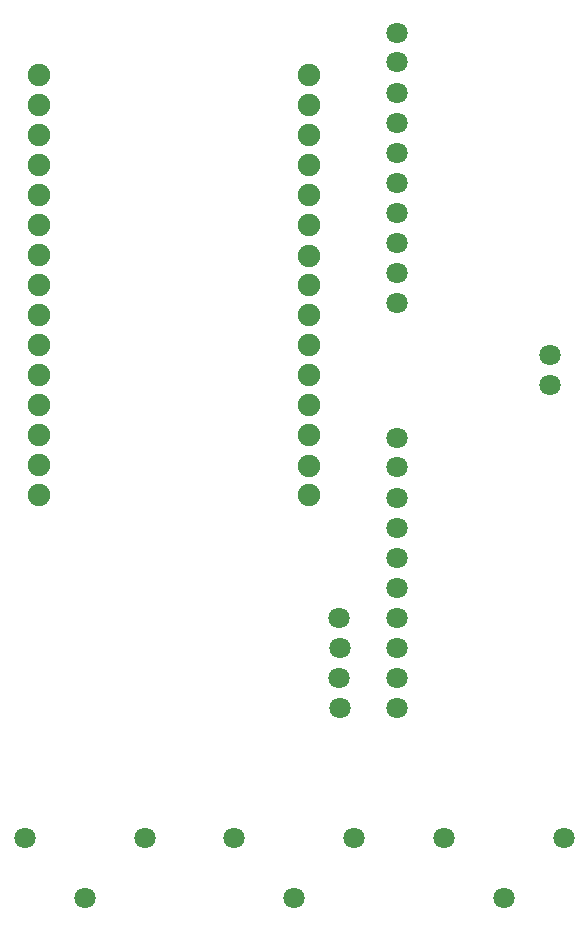
<source format=gts>
G04*
G04 #@! TF.GenerationSoftware,Altium Limited,Altium Designer,19.1.7 (138)*
G04*
G04 Layer_Color=8388736*
%FSLAX25Y25*%
%MOIN*%
G70*
G01*
G75*
%ADD11C,0.07093*%
%ADD12C,0.07487*%
D11*
X174669Y31496D02*
D03*
X194669Y51496D02*
D03*
X154669D02*
D03*
X104669Y31496D02*
D03*
X124669Y51496D02*
D03*
X84669D02*
D03*
X35000Y31496D02*
D03*
X55000Y51496D02*
D03*
X15000D02*
D03*
X139000Y185000D02*
D03*
X139100Y175100D02*
D03*
X139000Y165000D02*
D03*
Y155000D02*
D03*
Y145000D02*
D03*
Y135000D02*
D03*
Y125000D02*
D03*
Y115000D02*
D03*
Y95000D02*
D03*
Y105000D02*
D03*
Y320000D02*
D03*
X139100Y310100D02*
D03*
X139000Y300000D02*
D03*
Y290000D02*
D03*
Y280000D02*
D03*
Y270000D02*
D03*
Y260000D02*
D03*
Y250000D02*
D03*
Y230000D02*
D03*
Y240000D02*
D03*
X120000Y115000D02*
D03*
X119900Y124900D02*
D03*
X120000Y95000D02*
D03*
X119900Y104900D02*
D03*
X190100Y202600D02*
D03*
X190000Y212500D02*
D03*
D12*
X19800Y225900D02*
D03*
X19700Y215800D02*
D03*
Y205800D02*
D03*
X19800Y195800D02*
D03*
X19700Y185800D02*
D03*
Y175800D02*
D03*
Y165800D02*
D03*
Y305800D02*
D03*
X19800Y295900D02*
D03*
X19700Y285800D02*
D03*
Y275800D02*
D03*
X19800Y265800D02*
D03*
X19700Y255800D02*
D03*
Y245800D02*
D03*
Y235800D02*
D03*
X109700Y245700D02*
D03*
X109800Y255800D02*
D03*
Y265800D02*
D03*
Y275800D02*
D03*
Y285800D02*
D03*
Y295800D02*
D03*
Y305800D02*
D03*
Y165800D02*
D03*
X109700Y175700D02*
D03*
X109800Y185800D02*
D03*
Y195800D02*
D03*
Y205800D02*
D03*
Y215800D02*
D03*
Y225800D02*
D03*
Y235800D02*
D03*
M02*

</source>
